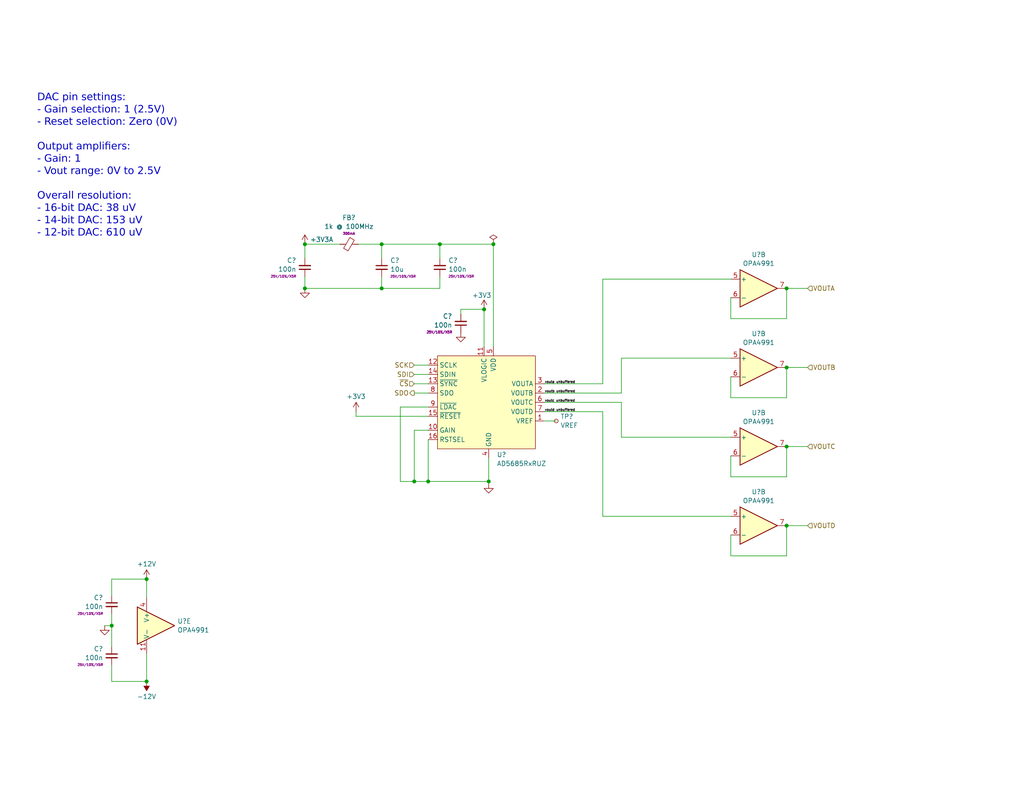
<source format=kicad_sch>
(kicad_sch (version 20230121) (generator eeschema)
  (paper "USLetter")
  (title_block (title "Hubble Motherboard") (date "2021-11-20") (rev "v3") (company "Winterbloom") (comment 1 "Alethea Flowers") (comment 2 "CERN-OHL-P V2") (comment 3 "hubble.wntr.dev"))
  (lib_symbols
    (symbol "Connector:TestPoint_Small" (pin_numbers hide) (pin_names (offset 0.762) hide)
      (property "Reference" "TP" (at 0 3.81 0))
      (property "Value" "TestPoint_Small" (at 0 2.032 0))
      (symbol "TestPoint_Small_0_1"
        (circle (center 0 0) (radius 0.508))
      )
      (symbol "TestPoint_Small_1_1"
        (pin passive line (at 0 0 90) (length 0) (name "1") (number "1"))
      )
    )
    (symbol "Device:C_Small" (pin_numbers hide) (pin_names (offset 0.254) hide)
      (property "Reference" "C" (at 0.254 1.778 0))
      (property "Value" "C_Small" (at 0.254 -2.032 0))
      (symbol "C_Small_0_1"
        (polyline (pts (xy -1.524 -0.508) (xy 1.524 -0.508)) (stroke (width 0.3302)))
        (polyline (pts (xy -1.524 0.508) (xy 1.524 0.508)) (stroke (width 0.3048)))
      )
      (symbol "C_Small_1_1"
        (pin passive line (at 0 2.54 270) (length 2.032) (name "~") (number "1"))
        (pin passive line (at 0 -2.54 90) (length 2.032) (name "~") (number "2"))
      )
    )
    (symbol "Device:FerriteBead_Small" (pin_numbers hide) (pin_names (offset 0))
      (property "Reference" "FB" (at 1.905 1.27 0))
      (property "Value" "FerriteBead_Small" (at 1.905 -1.27 0))
      (symbol "FerriteBead_Small_0_1"
        (polyline (pts (xy 0 -1.27) (xy 0 -0.7874)))
        (polyline (pts (xy 0 0.889) (xy 0 1.2954)))
        (polyline (pts (xy -1.8288 0.2794) (xy -1.1176 1.4986) (xy 1.8288 -0.2032) (xy 1.1176 -1.4224) (xy -1.8288 0.2794)))
      )
      (symbol "FerriteBead_Small_1_1"
        (pin passive line (at 0 2.54 270) (length 1.27) (name "~") (number "1"))
        (pin passive line (at 0 -2.54 90) (length 1.27) (name "~") (number "2"))
      )
    )
    (symbol "hubble:+3V3A" (power) (pin_names (offset 0))
      (property "Value" "+3V3A" (at 0 4.1331 0))
      (symbol "+3V3A_0_1"
        (polyline (pts (xy -0.762 1.27) (xy 0 2.54)))
        (polyline (pts (xy 0 0) (xy 0 2.54)))
        (polyline (pts (xy 0 2.54) (xy 0.762 1.27)))
      )
      (symbol "+3V3A_1_1"
        (pin power_in line (at 0 0 90) (length 0) hide (name "+3V3A") (number "1"))
      )
    )
    (symbol "power:+12V" (power) (pin_names (offset 0))
      (property "Value" "+12V" (at 0 3.556 0))
      (symbol "+12V_0_1"
        (polyline (pts (xy -0.762 1.27) (xy 0 2.54)))
        (polyline (pts (xy 0 0) (xy 0 2.54)))
        (polyline (pts (xy 0 2.54) (xy 0.762 1.27)))
      )
      (symbol "+12V_1_1"
        (pin power_in line (at 0 0 90) (length 0) hide (name "+12V") (number "1"))
      )
    )
    (symbol "power:+3V3" (power) (pin_names (offset 0))
      (property "Value" "+3V3" (at 0 3.556 0))
      (symbol "+3V3_0_1"
        (polyline (pts (xy -0.762 1.27) (xy 0 2.54)))
        (polyline (pts (xy 0 0) (xy 0 2.54)))
        (polyline (pts (xy 0 2.54) (xy 0.762 1.27)))
      )
      (symbol "+3V3_1_1"
        (pin power_in line (at 0 0 90) (length 0) hide (name "+3V3") (number "1"))
      )
    )
    (symbol "power:-12V" (power) (pin_names (offset 0))
      (property "Value" "-12V" (at 0 3.81 0))
      (symbol "-12V_0_0"
        (pin power_in line (at 0 0 90) (length 0) hide (name "-12V") (number "1"))
      )
      (symbol "-12V_0_1"
        (polyline (pts (xy 0 0) (xy 0 1.27) (xy 0.762 1.27) (xy 0 2.54) (xy -0.762 1.27) (xy 0 1.27)) (fill (type outline)))
      )
    )
    (symbol "power:GND" (power) (pin_names (offset 0))
      (property "Value" "GND" (at 0 -3.81 0))
      (symbol "GND_0_1"
        (polyline (pts (xy 0 0) (xy 0 -1.27) (xy 1.27 -1.27) (xy 0 -2.54) (xy -1.27 -1.27) (xy 0 -1.27)))
      )
      (symbol "GND_1_1"
        (pin power_in line (at 0 0 270) (length 0) hide (name "GND") (number "1"))
      )
    )
    (symbol "power:PWR_FLAG" (power) (pin_numbers hide) (pin_names (offset 0) hide)
      (property "Value" "PWR_FLAG" (at 0 3.81 0))
      (symbol "PWR_FLAG_0_0"
        (pin power_out line (at 0 0 90) (length 0) (name "pwr") (number "1"))
      )
      (symbol "PWR_FLAG_0_1"
        (polyline (pts (xy 0 0) (xy 0 1.27) (xy -1.016 1.905) (xy 0 2.54) (xy 1.016 1.905) (xy 0 1.27)))
      )
    )
    (symbol "winterbloom:AD5686RxRUZ"
      (property "Reference" "U" (at -13.97 13.97 0))
      (property "Value" "AD5685RxRUZ" (at 2.54 -13.97 0))
      (symbol "AD5686RxRUZ_0_0"
        (rectangle (start -13.97 -12.7) (end 12.7 12.7) (fill (type background)))
      )
      (symbol "AD5686RxRUZ_1_1"
        (pin bidirectional line (at 15.24 -5.08 180) (length 2.54) (name "VREF") (number "1"))
        (pin input line (at -16.51 -7.62 0) (length 2.54) (name "GAIN") (number "10"))
        (pin power_in line (at -1.27 15.24 270) (length 2.54) (name "VLOGIC") (number "11"))
        (pin input line (at -16.51 10.16 0) (length 2.54) (name "SCLK") (number "12"))
        (pin input line (at -16.51 5.08 0) (length 2.54) (name "~{SYNC}") (number "13"))
        (pin input line (at -16.51 7.62 0) (length 2.54) (name "SDIN") (number "14"))
        (pin input line (at -16.51 -3.81 0) (length 2.54) (name "~{RESET}") (number "15"))
        (pin input line (at -16.51 -10.16 0) (length 2.54) (name "RSTSEL") (number "16"))
        (pin output line (at 15.24 2.54 180) (length 2.54) (name "VOUTB") (number "2"))
        (pin output line (at 15.24 5.08 180) (length 2.54) (name "VOUTA") (number "3"))
        (pin power_in line (at 0 -15.24 90) (length 2.54) (name "GND") (number "4"))
        (pin power_in line (at 1.27 15.24 270) (length 2.54) (name "VDD") (number "5"))
        (pin output line (at 15.24 0 180) (length 2.54) (name "VOUTC") (number "6"))
        (pin output line (at 15.24 -2.54 180) (length 2.54) (name "VOUTD") (number "7"))
        (pin output line (at -16.51 2.54 0) (length 2.54) (name "SDO") (number "8"))
        (pin input line (at -16.51 -1.27 0) (length 2.54) (name "~{LDAC}") (number "9"))
      )
    )
    (symbol "winterbloom:OPA4991" (pin_names (offset 0.127))
      (property "Reference" "U" (at 0.762 3.048 0))
      (property "Value" "OPA4991" (at 0.508 -3.302 0))
      (symbol "OPA4991_1_1"
        (polyline (pts (xy -5.08 5.08) (xy 5.08 0) (xy -5.08 -5.08) (xy -5.08 5.08)) (stroke (width 0.254)) (fill (type background)))
        (pin output line (at 7.62 0 180) (length 2.54) (name "~") (number "1"))
        (pin input line (at -7.62 -2.54 0) (length 2.54) (name "-") (number "2"))
        (pin input line (at -7.62 2.54 0) (length 2.54) (name "+") (number "3"))
      )
      (symbol "OPA4991_2_1"
        (polyline (pts (xy -5.08 5.08) (xy 5.08 0) (xy -5.08 -5.08) (xy -5.08 5.08)) (stroke (width 0.254)) (fill (type background)))
        (pin input line (at -7.62 2.54 0) (length 2.54) (name "+") (number "5"))
        (pin input line (at -7.62 -2.54 0) (length 2.54) (name "-") (number "6"))
        (pin output line (at 7.62 0 180) (length 2.54) (name "~") (number "7"))
      )
      (symbol "OPA4991_3_1"
        (polyline (pts (xy -5.08 5.08) (xy 5.08 0) (xy -5.08 -5.08) (xy -5.08 5.08)) (stroke (width 0.254)) (fill (type background)))
        (pin input line (at -7.62 2.54 0) (length 2.54) (name "+") (number "10"))
        (pin output line (at 7.62 0 180) (length 2.54) (name "~") (number "8"))
        (pin input line (at -7.62 -2.54 0) (length 2.54) (name "-") (number "9"))
      )
      (symbol "OPA4991_4_1"
        (polyline (pts (xy -5.08 5.08) (xy 5.08 0) (xy -5.08 -5.08) (xy -5.08 5.08)) (stroke (width 0.254)) (fill (type background)))
        (pin input line (at -7.62 2.54 0) (length 2.54) (name "+") (number "12"))
        (pin input line (at -7.62 -2.54 0) (length 2.54) (name "-") (number "13"))
        (pin output line (at 7.62 0 180) (length 2.54) (name "~") (number "14"))
      )
      (symbol "OPA4991_5_1"
        (polyline (pts (xy -5.08 5.08) (xy 5.08 0) (xy -5.08 -5.08) (xy -5.08 5.08)) (stroke (width 0.254)) (fill (type background)))
        (pin power_in line (at -2.54 -7.62 90) (length 3.81) (name "V-") (number "11"))
        (pin power_in line (at -2.54 7.62 270) (length 3.81) (name "V+") (number "4"))
      )
    )
  )
  (junction (at 83.185 78.74))
  (junction (at 214.63 78.74))
  (junction (at 30.48 170.815))
  (junction (at 104.14 66.675))
  (junction (at 113.03 131.445))
  (junction (at 214.63 121.92))
  (junction (at 134.62 66.675))
  (junction (at 40.005 158.115))
  (junction (at 104.14 78.74))
  (junction (at 40.005 186.055))
  (junction (at 132.08 84.455))
  (junction (at 133.35 131.445))
  (junction (at 214.63 100.33))
  (junction (at 120.015 66.675))
  (junction (at 116.84 131.445))
  (junction (at 83.185 66.675))
  (junction (at 214.63 143.51))
  (wire (pts (xy 113.03 131.445) (xy 116.84 131.445)))
  (wire (pts (xy 169.545 119.38) (xy 199.39 119.38)))
  (wire (pts (xy 132.08 84.455) (xy 132.08 94.615)))
  (wire (pts (xy 214.63 121.92) (xy 214.63 130.175)))
  (wire (pts (xy 30.48 158.115) (xy 40.005 158.115)))
  (wire (pts (xy 109.22 131.445) (xy 113.03 131.445)))
  (wire (pts (xy 116.84 111.125) (xy 109.22 111.125)))
  (wire (pts (xy 28.575 170.815) (xy 30.48 170.815)))
  (wire (pts (xy 134.62 66.675) (xy 134.62 94.615)))
  (wire (pts (xy 83.185 66.675) (xy 83.185 70.485)))
  (wire (pts (xy 83.185 66.675) (xy 92.71 66.675)))
  (wire (pts (xy 214.63 143.51) (xy 220.345 143.51)))
  (wire (pts (xy 199.39 130.175) (xy 214.63 130.175)))
  (wire (pts (xy 199.39 146.05) (xy 199.39 151.765)))
  (wire (pts (xy 199.39 86.995) (xy 214.63 86.995)))
  (wire (pts (xy 116.84 120.015) (xy 116.84 131.445)))
  (wire (pts (xy 151.765 114.935) (xy 148.59 114.935)))
  (wire (pts (xy 97.79 66.675) (xy 104.14 66.675)))
  (wire (pts (xy 116.84 131.445) (xy 133.35 131.445)))
  (wire (pts (xy 109.22 111.125) (xy 109.22 131.445)))
  (wire (pts (xy 169.545 107.315) (xy 169.545 97.79)))
  (wire (pts (xy 164.465 76.2) (xy 199.39 76.2)))
  (wire (pts (xy 120.015 75.565) (xy 120.015 78.74)))
  (wire (pts (xy 113.03 107.315) (xy 116.84 107.315)))
  (wire (pts (xy 214.63 78.74) (xy 220.345 78.74)))
  (wire (pts (xy 148.59 112.395) (xy 164.465 112.395)))
  (wire (pts (xy 199.39 81.28) (xy 199.39 86.995)))
  (wire (pts (xy 40.005 158.115) (xy 40.005 163.195)))
  (wire (pts (xy 148.59 104.775) (xy 164.465 104.775)))
  (wire (pts (xy 169.545 97.79) (xy 199.39 97.79)))
  (wire (pts (xy 164.465 140.97) (xy 199.39 140.97)))
  (wire (pts (xy 214.63 143.51) (xy 214.63 151.765)))
  (wire (pts (xy 164.465 112.395) (xy 164.465 140.97)))
  (wire (pts (xy 199.39 102.87) (xy 199.39 108.585)))
  (wire (pts (xy 104.14 75.565) (xy 104.14 78.74)))
  (wire (pts (xy 133.35 132.08) (xy 133.35 131.445)))
  (wire (pts (xy 30.48 176.53) (xy 30.48 170.815)))
  (wire (pts (xy 104.14 66.675) (xy 120.015 66.675)))
  (wire (pts (xy 214.63 100.33) (xy 220.345 100.33)))
  (wire (pts (xy 113.03 102.235) (xy 116.84 102.235)))
  (wire (pts (xy 199.39 124.46) (xy 199.39 130.175)))
  (wire (pts (xy 113.03 99.695) (xy 116.84 99.695)))
  (wire (pts (xy 148.59 109.855) (xy 169.545 109.855)))
  (wire (pts (xy 125.73 84.455) (xy 132.08 84.455)))
  (wire (pts (xy 30.48 162.56) (xy 30.48 158.115)))
  (wire (pts (xy 133.35 131.445) (xy 133.35 125.095)))
  (wire (pts (xy 97.155 112.395) (xy 97.155 113.665)))
  (wire (pts (xy 30.48 186.055) (xy 40.005 186.055)))
  (wire (pts (xy 120.015 66.675) (xy 134.62 66.675)))
  (wire (pts (xy 113.03 104.775) (xy 116.84 104.775)))
  (wire (pts (xy 83.185 75.565) (xy 83.185 78.74)))
  (wire (pts (xy 199.39 108.585) (xy 214.63 108.585)))
  (wire (pts (xy 40.005 178.435) (xy 40.005 186.055)))
  (wire (pts (xy 113.03 117.475) (xy 113.03 131.445)))
  (wire (pts (xy 30.48 181.61) (xy 30.48 186.055)))
  (wire (pts (xy 164.465 104.775) (xy 164.465 76.2)))
  (wire (pts (xy 214.63 100.33) (xy 214.63 108.585)))
  (wire (pts (xy 214.63 78.74) (xy 214.63 86.995)))
  (wire (pts (xy 169.545 109.855) (xy 169.545 119.38)))
  (wire (pts (xy 199.39 151.765) (xy 214.63 151.765)))
  (wire (pts (xy 120.015 78.74) (xy 104.14 78.74)))
  (wire (pts (xy 120.015 66.675) (xy 120.015 70.485)))
  (wire (pts (xy 125.73 85.725) (xy 125.73 84.455)))
  (wire (pts (xy 97.155 113.665) (xy 116.84 113.665)))
  (wire (pts (xy 148.59 107.315) (xy 169.545 107.315)))
  (wire (pts (xy 83.185 78.74) (xy 104.14 78.74)))
  (wire (pts (xy 116.84 117.475) (xy 113.03 117.475)))
  (wire (pts (xy 214.63 121.92) (xy 220.345 121.92)))
  (wire (pts (xy 30.48 167.64) (xy 30.48 170.815)))
  (wire (pts (xy 104.14 66.675) (xy 104.14 70.485)))
  (text "DAC pin settings:\n- Gain selection: 1 (2.5V)\n- Reset selection: Zero (0V)\n\nOutput amplifiers:\n- Gain: 1\n- Vout range: 0V to 2.5V\n\nOverall resolution:\n- 16-bit DAC: 38 uV\n- 14-bit DAC: 153 uV\n- 12-bit DAC: 610 uV\n" (at 10.16 65.405 0) (effects (font (size 2 2)) (justify left bottom)))
  (label "voutd unbuffered" (at 148.59 112.395 0) (effects (font (size 0.64 0.64))))
  (label "voutb unbuffered" (at 148.59 107.315 0) (effects (font (size 0.64 0.64))))
  (label "voutc unbuffered" (at 148.59 109.855 0) (effects (font (size 0.64 0.64))))
  (label "vouta unbuffered" (at 148.59 104.775 0) (effects (font (size 0.64 0.64))))
  (hierarchical_label "VOUTC" (shape input) (at 220.345 121.92 0))
  (hierarchical_label "VOUTA" (shape input) (at 220.345 78.74 0))
  (hierarchical_label "SDI" (shape input) (at 113.03 102.235 180))
  (hierarchical_label "~{CS}" (shape input) (at 113.03 104.775 180))
  (hierarchical_label "VOUTB" (shape input) (at 220.345 100.33 0))
  (hierarchical_label "SCK" (shape input) (at 113.03 99.695 180))
  (hierarchical_label "SDO" (shape output) (at 113.03 107.315 180))
  (hierarchical_label "VOUTD" (shape input) (at 220.345 143.51 0))
  (symbol (lib_id "Device:C_Small") (at 30.48 179.07 0) (unit 1)
    (property "Reference" "C?" (at 28.1559 177.1589 0) (effects (justify right)))
    (property "Value" "100n" (at 28.1559 179.5831 0) (effects (justify right)))
    (property "Footprint" "winterbloom:C_0603_HandSolder" (effects hide))
    (property "Notes" "Bypass" (effects hide))
    (property "Rating" "25V/10%/X5R" (at 28.1559 181.5005 0) (effects (font (size 0.64 0.64)) (justify right)))
    (instances (project "board" (path "" (reference "C?") (unit 1)) (path "" (reference "C?") (unit 1))) (project "hubble" (path "" (reference "C?") (unit 1)) (path "" (reference "C?") (unit 1)) (path "" (reference "C?") (unit 1)) (path "" (reference "C1205") (unit 1))))
  )
  (symbol (lib_id "hubble:+3V3A") (at 83.185 66.675 0) (unit 1)
    (property "Reference" "#PWR?" (effects hide))
    (property "Value" "+3V3A" (at 87.7775 65.405 0))
    (instances (project "starfish" (path "" (reference "#PWR?") (unit 1))) (project "hubble" (path "" (reference "#PWR0214") (unit 1)) (path "" (reference "#PWR01201") (unit 1))))
  )
  (symbol (lib_id "Device:C_Small") (at 125.73 88.265 0) (mirror x) (unit 1)
    (property "Reference" "C?" (at 123.4059 86.3412 0) (effects (justify right)))
    (property "Value" "100n" (at 123.4059 88.7654 0) (effects (justify right)))
    (property "Footprint" "winterbloom:C_0603_HandSolder" (effects hide))
    (property "Notes" "Bypass" (effects hide))
    (property "Rating" "25V/10%/X5R" (at 123.4059 90.6828 0) (effects (font (size 0.64 0.64)) (justify right)))
    (instances (project "board" (path "" (reference "C?") (unit 1))) (project "mainboard" (path "" (reference "C?") (unit 1))) (project "VCA" (path "" (reference "C?") (unit 1)) (path "" (reference "C?") (unit 1))) (project "hubble" (path "" (reference "C911") (unit 1)) (path "" (reference "C1011") (unit 1)) (path "" (reference "C1111") (unit 1)) (path "" (reference "C1206") (unit 1))))
  )
  (symbol (lib_id "winterbloom:AD5686RxRUZ") (at 133.35 109.855 0) (unit 1)
    (property "Reference" "U?" (at 135.5441 124.1481 0) (effects (justify left)))
    (property "Value" "AD5685RxRUZ" (at 135.5441 126.5723 0) (effects (justify left)))
    (property "Footprint" "Package_SO:TSSOP-16_4.4x5mm_P0.65mm" (effects hide))
    (property "Datasheet" "https://www.analog.com/media/en/technical-documentation/data-sheets/ad5686r_5685r_5684r.pdf" (effects hide))
    (property "MPN" "AD5686ARUZ, AD5686BRUZ" (effects hide))
    (instances (project "hubble" (path "" (reference "U?") (unit 1)) (path "" (reference "U?") (unit 1)) (path "" (reference "U?") (unit 1)) (path "" (reference "U1202") (unit 1))))
  )
  (symbol (lib_id "Connector:TestPoint_Small") (at 151.765 114.935 0) (unit 1)
    (property "Reference" "TP?" (at 152.908 113.7229 0) (effects (justify left)))
    (property "Value" "VREF" (at 152.908 116.1471 0) (effects (justify left)))
    (property "Footprint" "TestPoint:TestPoint_Pad_D1.0mm" (effects hide))
    (instances (project "hubble" (path "" (reference "TP?") (unit 1)) (path "" (reference "TP?") (unit 1)) (path "" (reference "TP?") (unit 1)) (path "" (reference "TP1201") (unit 1))))
  )
  (symbol (lib_id "power:+3V3") (at 97.155 112.395 0) (unit 1)
    (property "Reference" "#PWR?" (effects hide))
    (property "Value" "+3V3" (at 97.155 108.2619 0))
    (instances (project "hubble" (path "" (reference "#PWR?") (unit 1)) (path "" (reference "#PWR?") (unit 1)) (path "" (reference "#PWR?") (unit 1)) (path "" (reference "#PWR01204") (unit 1))))
  )
  (symbol (lib_id "Device:C_Small") (at 120.015 73.025 0) (mirror x) (unit 1)
    (property "Reference" "C?" (at 122.3391 71.1012 0) (effects (justify left)))
    (property "Value" "100n" (at 122.3391 73.5254 0) (effects (justify left)))
    (property "Footprint" "winterbloom:C_0603_HandSolder" (effects hide))
    (property "Notes" "Bypass" (effects hide))
    (property "Rating" "25V/10%/X5R" (at 122.3391 75.4428 0) (effects (font (size 0.64 0.64)) (justify left)))
    (instances (project "board" (path "" (reference "C?") (unit 1))) (project "mainboard" (path "" (reference "C?") (unit 1))) (project "VCA" (path "" (reference "C?") (unit 1)) (path "" (reference "C?") (unit 1))) (project "hubble" (path "" (reference "C?") (unit 1)) (path "" (reference "C?") (unit 1)) (path "" (reference "C?") (unit 1)) (path "" (reference "C1203") (unit 1))))
  )
  (symbol (lib_id "Device:C_Small") (at 104.14 73.025 0) (unit 1)
    (property "Reference" "C?" (at 106.4641 71.1139 0) (effects (justify left)))
    (property "Value" "10u" (at 106.4641 73.5381 0) (effects (justify left)))
    (property "Footprint" "winterbloom:C_0805_HandSolder" (effects hide))
    (property "Notes" "Bulk/bypass" (effects hide))
    (property "Rating" "25V/10%/X5R" (at 106.4641 75.4555 0) (effects (font (size 0.64 0.64)) (justify left)))
    (property "MPN" "GRM21BR61E106KA73K" (effects hide))
    (instances (project "board" (path "" (reference "C?") (unit 1))) (project "mainboard" (path "" (reference "C?") (unit 1))) (project "hubble" (path "" (reference "C?") (unit 1)) (path "" (reference "C?") (unit 1)) (path "" (reference "C?") (unit 1)) (path "" (reference "C1202") (unit 1))))
  )
  (symbol (lib_id "power:GND") (at 133.35 132.08 0) (unit 1)
    (property "Reference" "#PWR?" (effects hide))
    (property "Value" "GND" (effects hide))
    (instances (project "hubble" (path "" (reference "#PWR?") (unit 1)) (path "" (reference "#PWR?") (unit 1)) (path "" (reference "#PWR?") (unit 1)) (path "" (reference "#PWR01205") (unit 1))))
  )
  (symbol (lib_id "power:PWR_FLAG") (at 134.62 66.675 0) (unit 1)
    (property "Reference" "#FLG0901" (effects hide))
    (property "Value" "PWR_FLAG" (effects hide))
    (instances (project "hubble" (path "" (reference "#FLG0901") (unit 1)) (path "" (reference "#FLG01001") (unit 1)) (path "" (reference "#FLG01101") (unit 1)) (path "" (reference "#FLG01201") (unit 1))))
  )
  (symbol (lib_id "power:-12V") (at 40.005 186.055 180) (unit 1)
    (property "Reference" "#PWR?" (effects hide))
    (property "Value" "-12V" (at 40.005 190.1881 0))
    (instances (project "mainboard" (path "" (reference "#PWR?") (unit 1))) (project "hubble" (path "" (reference "#PWR0914") (unit 1)) (path "" (reference "#PWR01014") (unit 1)) (path "" (reference "#PWR01114") (unit 1)) (path "" (reference "#PWR01208") (unit 1))))
  )
  (symbol (lib_id "winterbloom:OPA4991") (at 207.01 100.33 0) (unit 2)
    (property "Reference" "U?" (at 207.01 91.1057 0))
    (property "Value" "OPA4991" (at 207.01 93.5299 0))
    (property "Footprint" "Package_SO:TSSOP-14_4.4x5mm_P0.65mm" (effects hide))
    (property "Datasheet" "https://www.ti.com/lit/ds/symlink/opa4991.pdf" (effects hide))
    (property "MPN" "OPA4991IPWR" (effects hide))
    (property "Notes" "Sub with OPA4171, OPA1679, OPA4197" (effects hide))
    (instances (project "board" (path "" (reference "U?") (unit 2)) (path "" (reference "U?") (unit 2))) (project "hubble" (path "" (reference "U?") (unit 1)) (path "" (reference "U?") (unit 1)) (path "" (reference "U?") (unit 1)) (path "" (reference "U1201") (unit 4))))
  )
  (symbol (lib_id "power:+3V3") (at 132.08 84.455 0) (unit 1)
    (property "Reference" "#PWR?" (effects hide))
    (property "Value" "+3V3" (at 131.445 80.645 0))
    (instances (project "hubble" (path "" (reference "#PWR?") (unit 1)) (path "" (reference "#PWR?") (unit 1)) (path "" (reference "#PWR?") (unit 1)) (path "" (reference "#PWR01203") (unit 1))))
  )
  (symbol (lib_id "Device:C_Small") (at 30.48 165.1 0) (unit 1)
    (property "Reference" "C?" (at 28.1559 163.1889 0) (effects (justify right)))
    (property "Value" "100n" (at 28.1559 165.6131 0) (effects (justify right)))
    (property "Footprint" "winterbloom:C_0603_HandSolder" (effects hide))
    (property "Notes" "Bypass" (effects hide))
    (property "Rating" "25V/10%/X5R" (at 28.1559 167.5305 0) (effects (font (size 0.64 0.64)) (justify right)))
    (instances (project "board" (path "" (reference "C?") (unit 1)) (path "" (reference "C?") (unit 1))) (project "hubble" (path "" (reference "C?") (unit 1)) (path "" (reference "C?") (unit 1)) (path "" (reference "C?") (unit 1)) (path "" (reference "C1204") (unit 1))))
  )
  (symbol (lib_id "power:+12V") (at 40.005 158.115 0) (unit 1)
    (property "Reference" "#PWR0911" (effects hide))
    (property "Value" "+12V" (at 40.005 153.9819 0))
    (instances (project "hubble" (path "" (reference "#PWR0911") (unit 1)) (path "" (reference "#PWR01011") (unit 1)) (path "" (reference "#PWR01111") (unit 1)) (path "" (reference "#PWR01206") (unit 1))))
  )
  (symbol (lib_id "power:GND") (at 125.73 90.805 0) (unit 1)
    (property "Reference" "#PWR0915" (effects hide))
    (property "Value" "GND" (effects hide))
    (instances (project "hubble" (path "" (reference "#PWR0915") (unit 1)) (path "" (reference "#PWR01015") (unit 1)) (path "" (reference "#PWR01115") (unit 1)) (path "" (reference "#PWR01209") (unit 1))))
  )
  (symbol (lib_id "Device:FerriteBead_Small") (at 95.25 66.675 90) (unit 1)
    (property "Reference" "FB?" (at 95.2119 59.4183 90))
    (property "Value" "1k @ 100MHz" (at 95.2119 61.8425 90))
    (property "Footprint" "winterbloom:L_0603_HandSolder" (effects hide))
    (property "Notes" "Power filter" (effects hide))
    (property "Rating" "300mA" (at 95.2119 63.7599 90) (effects (font (size 0.64 0.64))))
    (property "MPN" "BLM18BD121SN1D" (effects hide))
    (instances (project "board" (path "" (reference "FB?") (unit 1))) (project "mainboard" (path "" (reference "FB?") (unit 1))) (project "hubble" (path "" (reference "FB?") (unit 1)) (path "" (reference "FB?") (unit 1)) (path "" (reference "FB?") (unit 1)) (path "" (reference "FB1201") (unit 1))))
  )
  (symbol (lib_id "winterbloom:OPA4991") (at 207.01 78.74 0) (unit 2)
    (property "Reference" "U?" (at 207.01 69.5157 0))
    (property "Value" "OPA4991" (at 207.01 71.9399 0))
    (property "Footprint" "Package_SO:TSSOP-14_4.4x5mm_P0.65mm" (effects hide))
    (property "Datasheet" "https://www.ti.com/lit/ds/symlink/opa4991.pdf" (effects hide))
    (property "MPN" "OPA4991IPWR" (effects hide))
    (property "Notes" "Sub with OPA4171, OPA1679, OPA4197" (effects hide))
    (instances (project "board" (path "" (reference "U?") (unit 2)) (path "" (reference "U?") (unit 2))) (project "hubble" (path "" (reference "U?") (unit 1)) (path "" (reference "U?") (unit 1)) (path "" (reference "U?") (unit 1)) (path "" (reference "U1201") (unit 3))))
  )
  (symbol (lib_id "power:GND") (at 28.575 170.815 0) (unit 1)
    (property "Reference" "#PWR?" (effects hide))
    (property "Value" "GND" (effects hide))
    (instances (project "board" (path "" (reference "#PWR?") (unit 1)) (path "" (reference "#PWR?") (unit 1))) (project "hubble" (path "" (reference "#PWR?") (unit 1)) (path "" (reference "#PWR?") (unit 1)) (path "" (reference "#PWR?") (unit 1)) (path "" (reference "#PWR01207") (unit 1))))
  )
  (symbol (lib_id "Device:C_Small") (at 83.185 73.025 0) (mirror x) (unit 1)
    (property "Reference" "C?" (at 80.8609 71.1012 0) (effects (justify right)))
    (property "Value" "100n" (at 80.8609 73.5254 0) (effects (justify right)))
    (property "Footprint" "winterbloom:C_0603_HandSolder" (effects hide))
    (property "Notes" "Bypass" (effects hide))
    (property "Rating" "25V/10%/X5R" (at 80.8609 75.4428 0) (effects (font (size 0.64 0.64)) (justify right)))
    (instances (project "board" (path "" (reference "C?") (unit 1))) (project "mainboard" (path "" (reference "C?") (unit 1))) (project "VCA" (path "" (reference "C?") (unit 1)) (path "" (reference "C?") (unit 1))) (project "hubble" (path "" (reference "C?") (unit 1)) (path "" (reference "C?") (unit 1)) (path "" (reference "C?") (unit 1)) (path "" (reference "C1201") (unit 1))))
  )
  (symbol (lib_id "winterbloom:OPA4991") (at 42.545 170.815 0) (unit 5)
    (property "Reference" "U?" (at 48.387 169.6029 0) (effects (justify left)))
    (property "Value" "OPA4991" (at 48.387 172.0271 0) (effects (justify left)))
    (property "Footprint" "Package_SO:TSSOP-14_4.4x5mm_P0.65mm" (effects hide))
    (property "Datasheet" "https://www.ti.com/lit/ds/symlink/opa4991.pdf" (effects hide))
    (property "MPN" "OPA4991IPWR" (effects hide))
    (property "Notes" "Sub with OPA4171, OPA1679, OPA4197" (effects hide))
    (instances (project "board" (path "" (reference "U?") (unit 5)) (path "" (reference "U?") (unit 5))) (project "hubble" (path "" (reference "U?") (unit 5)) (path "" (reference "U?") (unit 5)) (path "" (reference "U?") (unit 5)) (path "" (reference "U1201") (unit 5))))
  )
  (symbol (lib_id "winterbloom:OPA4991") (at 207.01 121.92 0) (unit 2)
    (property "Reference" "U?" (at 207.01 112.6957 0))
    (property "Value" "OPA4991" (at 207.01 115.1199 0))
    (property "Footprint" "Package_SO:TSSOP-14_4.4x5mm_P0.65mm" (effects hide))
    (property "Datasheet" "https://www.ti.com/lit/ds/symlink/opa4991.pdf" (effects hide))
    (property "MPN" "OPA4991IPWR" (effects hide))
    (property "Notes" "Sub with OPA4171, OPA1679, OPA4197" (effects hide))
    (instances (project "board" (path "" (reference "U?") (unit 2)) (path "" (reference "U?") (unit 2))) (project "hubble" (path "" (reference "U?") (unit 1)) (path "" (reference "U?") (unit 1)) (path "" (reference "U?") (unit 1)) (path "" (reference "U1201") (unit 2))))
  )
  (symbol (lib_id "winterbloom:OPA4991") (at 207.01 143.51 0) (unit 2)
    (property "Reference" "U?" (at 207.01 134.2857 0))
    (property "Value" "OPA4991" (at 207.01 136.7099 0))
    (property "Footprint" "Package_SO:TSSOP-14_4.4x5mm_P0.65mm" (effects hide))
    (property "Datasheet" "https://www.ti.com/lit/ds/symlink/opa4991.pdf" (effects hide))
    (property "MPN" "OPA4991IPWR" (effects hide))
    (property "Notes" "Sub with OPA4171, OPA1679, OPA4197" (effects hide))
    (instances (project "board" (path "" (reference "U?") (unit 2)) (path "" (reference "U?") (unit 2))) (project "hubble" (path "" (reference "U?") (unit 1)) (path "" (reference "U?") (unit 1)) (path "" (reference "U?") (unit 1)) (path "" (reference "U1201") (unit 1))))
  )
  (symbol (lib_id "power:GND") (at 83.185 78.74 0) (unit 1)
    (property "Reference" "#PWR?" (effects hide))
    (property "Value" "GND" (effects hide))
    (instances (project "hubble" (path "" (reference "#PWR?") (unit 1)) (path "" (reference "#PWR?") (unit 1)) (path "" (reference "#PWR?") (unit 1)) (path "" (reference "#PWR01202") (unit 1))))
  )
)
</source>
